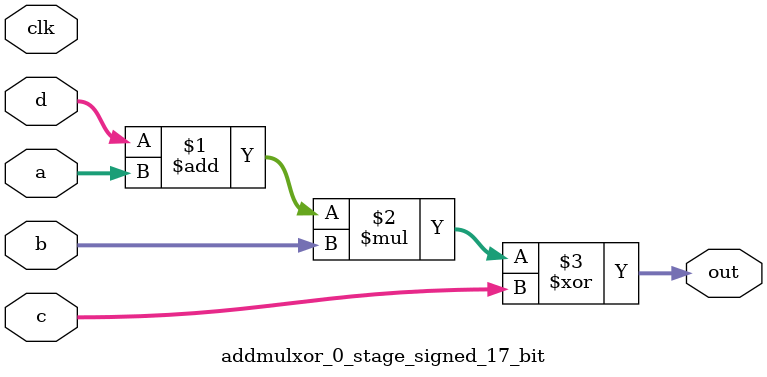
<source format=sv>
(* use_dsp = "yes" *) module addmulxor_0_stage_signed_17_bit(
	input signed [16:0] a,
	input signed [16:0] b,
	input signed [16:0] c,
	input signed [16:0] d,
	output [16:0] out,
	input clk);

	assign out = ((d + a) * b) ^ c;
endmodule

</source>
